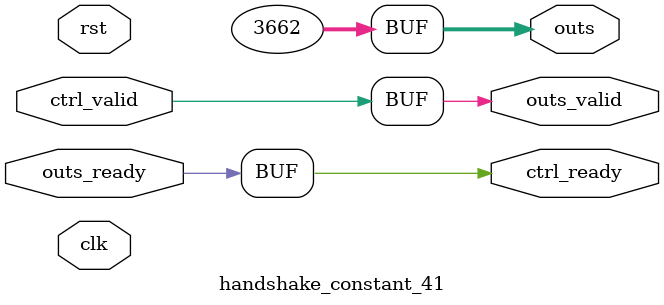
<source format=v>
`timescale 1ns / 1ps
module handshake_constant_41 #(
  parameter DATA_WIDTH = 32  // Default set to 32 bits
) (
  input                       clk,
  input                       rst,
  // Input Channel
  input                       ctrl_valid,
  output                      ctrl_ready,
  // Output Channel
  output [DATA_WIDTH - 1 : 0] outs,
  output                      outs_valid,
  input                       outs_ready
);
  assign outs       = 12'b111001001110;
  assign outs_valid = ctrl_valid;
  assign ctrl_ready = outs_ready;

endmodule

</source>
